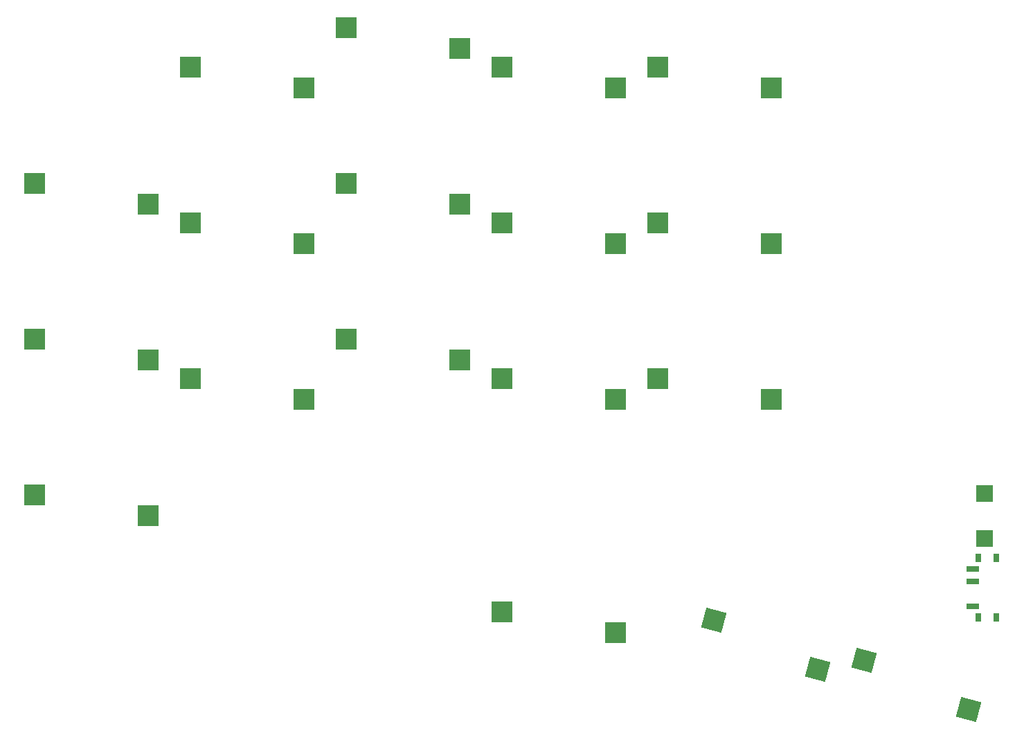
<source format=gbr>
%TF.GenerationSoftware,KiCad,Pcbnew,7.0.2*%
%TF.CreationDate,2023-10-26T02:33:03+11:00*%
%TF.ProjectId,cybr36,63796272-3336-42e6-9b69-6361645f7063,rev?*%
%TF.SameCoordinates,Original*%
%TF.FileFunction,Paste,Top*%
%TF.FilePolarity,Positive*%
%FSLAX46Y46*%
G04 Gerber Fmt 4.6, Leading zero omitted, Abs format (unit mm)*
G04 Created by KiCad (PCBNEW 7.0.2) date 2023-10-26 02:33:03*
%MOMM*%
%LPD*%
G01*
G04 APERTURE LIST*
G04 Aperture macros list*
%AMRotRect*
0 Rectangle, with rotation*
0 The origin of the aperture is its center*
0 $1 length*
0 $2 width*
0 $3 Rotation angle, in degrees counterclockwise*
0 Add horizontal line*
21,1,$1,$2,0,0,$3*%
G04 Aperture macros list end*
%ADD10R,2.550000X2.500000*%
%ADD11R,1.500000X0.700000*%
%ADD12R,0.800000X1.000000*%
%ADD13RotRect,2.550000X2.500000X345.000000*%
%ADD14R,2.000000X2.100000*%
G04 APERTURE END LIST*
D10*
%TO.C,SW11*%
X155123470Y-58338116D03*
X141273470Y-55798116D03*
%TD*%
D11*
%TO.C,SW21*%
X198845000Y-117250000D03*
X198845000Y-118750000D03*
X198845000Y-121750000D03*
D12*
X201705000Y-115850000D03*
X199495000Y-115850000D03*
X201705000Y-123150000D03*
X199495000Y-123150000D03*
%TD*%
D10*
%TO.C,SW3*%
X97973470Y-110725616D03*
X84123470Y-108185616D03*
%TD*%
%TO.C,SW16*%
X174173470Y-77388116D03*
X160323470Y-74848116D03*
%TD*%
%TO.C,SW5*%
X117023470Y-77388116D03*
X103173470Y-74848116D03*
%TD*%
D13*
%TO.C,SW14*%
X179881351Y-129498012D03*
X167160679Y-123459917D03*
%TD*%
D10*
%TO.C,SW6*%
X117023470Y-96438116D03*
X103173470Y-93898116D03*
%TD*%
%TO.C,SW17*%
X174173470Y-96438116D03*
X160323470Y-93898116D03*
%TD*%
%TO.C,SW1*%
X97973470Y-72625616D03*
X84123470Y-70085616D03*
%TD*%
%TO.C,SW15*%
X174173470Y-58338116D03*
X160323470Y-55798116D03*
%TD*%
%TO.C,SW13*%
X155123470Y-96438116D03*
X141273470Y-93898116D03*
%TD*%
D14*
%TO.C,SW20*%
X200250000Y-108000000D03*
X200250000Y-113500000D03*
%TD*%
D10*
%TO.C,SW12*%
X155123470Y-77388116D03*
X141273470Y-74848116D03*
%TD*%
%TO.C,SW4*%
X117023470Y-58338116D03*
X103173470Y-55798116D03*
%TD*%
%TO.C,SW7*%
X136073470Y-53575616D03*
X122223470Y-51035616D03*
%TD*%
%TO.C,SW10*%
X155123470Y-125013116D03*
X141273470Y-122473116D03*
%TD*%
%TO.C,SW8*%
X136073470Y-72625616D03*
X122223470Y-70085616D03*
%TD*%
%TO.C,SW9*%
X122223470Y-89135616D03*
X136073470Y-91675616D03*
%TD*%
%TO.C,SW2*%
X97973470Y-91675616D03*
X84123470Y-89135616D03*
%TD*%
D13*
%TO.C,SW18*%
X198282352Y-134428508D03*
X185561680Y-128390413D03*
%TD*%
M02*

</source>
